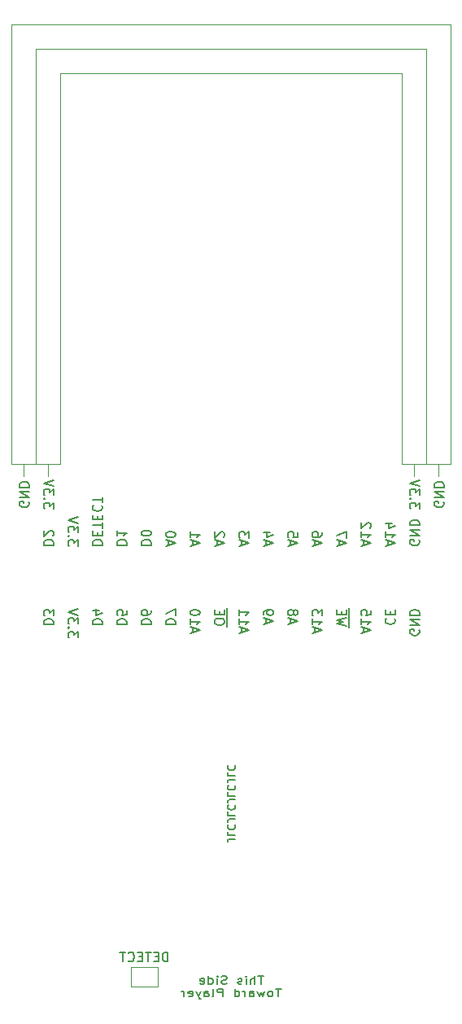
<source format=gbo>
%TF.GenerationSoftware,KiCad,Pcbnew,6.0.2+dfsg-1*%
%TF.CreationDate,2022-07-07T18:02:14-05:00*%
%TF.ProjectId,protopak64,70726f74-6f70-4616-9b36-342e6b696361,rev?*%
%TF.SameCoordinates,Original*%
%TF.FileFunction,Legend,Bot*%
%TF.FilePolarity,Positive*%
%FSLAX46Y46*%
G04 Gerber Fmt 4.6, Leading zero omitted, Abs format (unit mm)*
G04 Created by KiCad (PCBNEW 6.0.2+dfsg-1) date 2022-07-07 18:02:14*
%MOMM*%
%LPD*%
G01*
G04 APERTURE LIST*
G04 Aperture macros list*
%AMFreePoly0*
4,1,6,1.000000,0.000000,0.500000,-0.750000,-0.500000,-0.750000,-0.500000,0.750000,0.500000,0.750000,1.000000,0.000000,1.000000,0.000000,$1*%
%AMFreePoly1*
4,1,6,0.500000,-0.750000,-0.650000,-0.750000,-0.150000,0.000000,-0.650000,0.750000,0.500000,0.750000,0.500000,-0.750000,0.500000,-0.750000,$1*%
G04 Aperture macros list end*
%ADD10C,0.150000*%
%ADD11C,0.120000*%
%ADD12R,1.700000X1.700000*%
%ADD13O,1.700000X1.700000*%
%ADD14R,1.000000X5.400000*%
%ADD15R,2.000000X2.000000*%
%ADD16C,2.000000*%
%ADD17FreePoly0,0.000000*%
%ADD18FreePoly1,0.000000*%
G04 APERTURE END LIST*
D10*
X131881619Y-101645404D02*
X132881619Y-101645404D01*
X132881619Y-101407309D01*
X132834000Y-101264452D01*
X132738761Y-101169214D01*
X132643523Y-101121595D01*
X132453047Y-101073976D01*
X132310190Y-101073976D01*
X132119714Y-101121595D01*
X132024476Y-101169214D01*
X131929238Y-101264452D01*
X131881619Y-101407309D01*
X131881619Y-101645404D01*
X131881619Y-100121595D02*
X131881619Y-100693023D01*
X131881619Y-100407309D02*
X132881619Y-100407309D01*
X132738761Y-100502547D01*
X132643523Y-100597785D01*
X132595904Y-100693023D01*
X147121142Y-146491904D02*
X146549714Y-146491904D01*
X146835428Y-147291904D02*
X146835428Y-146491904D01*
X146216380Y-147291904D02*
X146216380Y-146491904D01*
X145787809Y-147291904D02*
X145787809Y-146872857D01*
X145835428Y-146796666D01*
X145930666Y-146758571D01*
X146073523Y-146758571D01*
X146168761Y-146796666D01*
X146216380Y-146834761D01*
X145311619Y-147291904D02*
X145311619Y-146758571D01*
X145311619Y-146491904D02*
X145359238Y-146530000D01*
X145311619Y-146568095D01*
X145264000Y-146530000D01*
X145311619Y-146491904D01*
X145311619Y-146568095D01*
X144883047Y-147253809D02*
X144787809Y-147291904D01*
X144597333Y-147291904D01*
X144502095Y-147253809D01*
X144454476Y-147177619D01*
X144454476Y-147139523D01*
X144502095Y-147063333D01*
X144597333Y-147025238D01*
X144740190Y-147025238D01*
X144835428Y-146987142D01*
X144883047Y-146910952D01*
X144883047Y-146872857D01*
X144835428Y-146796666D01*
X144740190Y-146758571D01*
X144597333Y-146758571D01*
X144502095Y-146796666D01*
X143311619Y-147253809D02*
X143168761Y-147291904D01*
X142930666Y-147291904D01*
X142835428Y-147253809D01*
X142787809Y-147215714D01*
X142740190Y-147139523D01*
X142740190Y-147063333D01*
X142787809Y-146987142D01*
X142835428Y-146949047D01*
X142930666Y-146910952D01*
X143121142Y-146872857D01*
X143216380Y-146834761D01*
X143264000Y-146796666D01*
X143311619Y-146720476D01*
X143311619Y-146644285D01*
X143264000Y-146568095D01*
X143216380Y-146530000D01*
X143121142Y-146491904D01*
X142883047Y-146491904D01*
X142740190Y-146530000D01*
X142311619Y-147291904D02*
X142311619Y-146758571D01*
X142311619Y-146491904D02*
X142359238Y-146530000D01*
X142311619Y-146568095D01*
X142264000Y-146530000D01*
X142311619Y-146491904D01*
X142311619Y-146568095D01*
X141406857Y-147291904D02*
X141406857Y-146491904D01*
X141406857Y-147253809D02*
X141502095Y-147291904D01*
X141692571Y-147291904D01*
X141787809Y-147253809D01*
X141835428Y-147215714D01*
X141883047Y-147139523D01*
X141883047Y-146910952D01*
X141835428Y-146834761D01*
X141787809Y-146796666D01*
X141692571Y-146758571D01*
X141502095Y-146758571D01*
X141406857Y-146796666D01*
X140549714Y-147253809D02*
X140644952Y-147291904D01*
X140835428Y-147291904D01*
X140930666Y-147253809D01*
X140978285Y-147177619D01*
X140978285Y-146872857D01*
X140930666Y-146796666D01*
X140835428Y-146758571D01*
X140644952Y-146758571D01*
X140549714Y-146796666D01*
X140502095Y-146872857D01*
X140502095Y-146949047D01*
X140978285Y-147025238D01*
X148954476Y-147779904D02*
X148383047Y-147779904D01*
X148668761Y-148579904D02*
X148668761Y-147779904D01*
X147906857Y-148579904D02*
X148002095Y-148541809D01*
X148049714Y-148503714D01*
X148097333Y-148427523D01*
X148097333Y-148198952D01*
X148049714Y-148122761D01*
X148002095Y-148084666D01*
X147906857Y-148046571D01*
X147764000Y-148046571D01*
X147668761Y-148084666D01*
X147621142Y-148122761D01*
X147573523Y-148198952D01*
X147573523Y-148427523D01*
X147621142Y-148503714D01*
X147668761Y-148541809D01*
X147764000Y-148579904D01*
X147906857Y-148579904D01*
X147240190Y-148046571D02*
X147049714Y-148579904D01*
X146859238Y-148198952D01*
X146668761Y-148579904D01*
X146478285Y-148046571D01*
X145668761Y-148579904D02*
X145668761Y-148160857D01*
X145716380Y-148084666D01*
X145811619Y-148046571D01*
X146002095Y-148046571D01*
X146097333Y-148084666D01*
X145668761Y-148541809D02*
X145764000Y-148579904D01*
X146002095Y-148579904D01*
X146097333Y-148541809D01*
X146144952Y-148465619D01*
X146144952Y-148389428D01*
X146097333Y-148313238D01*
X146002095Y-148275142D01*
X145764000Y-148275142D01*
X145668761Y-148237047D01*
X145192571Y-148579904D02*
X145192571Y-148046571D01*
X145192571Y-148198952D02*
X145144952Y-148122761D01*
X145097333Y-148084666D01*
X145002095Y-148046571D01*
X144906857Y-148046571D01*
X144144952Y-148579904D02*
X144144952Y-147779904D01*
X144144952Y-148541809D02*
X144240190Y-148579904D01*
X144430666Y-148579904D01*
X144525904Y-148541809D01*
X144573523Y-148503714D01*
X144621142Y-148427523D01*
X144621142Y-148198952D01*
X144573523Y-148122761D01*
X144525904Y-148084666D01*
X144430666Y-148046571D01*
X144240190Y-148046571D01*
X144144952Y-148084666D01*
X142906857Y-148579904D02*
X142906857Y-147779904D01*
X142525904Y-147779904D01*
X142430666Y-147818000D01*
X142383047Y-147856095D01*
X142335428Y-147932285D01*
X142335428Y-148046571D01*
X142383047Y-148122761D01*
X142430666Y-148160857D01*
X142525904Y-148198952D01*
X142906857Y-148198952D01*
X141764000Y-148579904D02*
X141859238Y-148541809D01*
X141906857Y-148465619D01*
X141906857Y-147779904D01*
X140954476Y-148579904D02*
X140954476Y-148160857D01*
X141002095Y-148084666D01*
X141097333Y-148046571D01*
X141287809Y-148046571D01*
X141383047Y-148084666D01*
X140954476Y-148541809D02*
X141049714Y-148579904D01*
X141287809Y-148579904D01*
X141383047Y-148541809D01*
X141430666Y-148465619D01*
X141430666Y-148389428D01*
X141383047Y-148313238D01*
X141287809Y-148275142D01*
X141049714Y-148275142D01*
X140954476Y-148237047D01*
X140573523Y-148046571D02*
X140335428Y-148579904D01*
X140097333Y-148046571D02*
X140335428Y-148579904D01*
X140430666Y-148770380D01*
X140478285Y-148808476D01*
X140573523Y-148846571D01*
X139335428Y-148541809D02*
X139430666Y-148579904D01*
X139621142Y-148579904D01*
X139716380Y-148541809D01*
X139764000Y-148465619D01*
X139764000Y-148160857D01*
X139716380Y-148084666D01*
X139621142Y-148046571D01*
X139430666Y-148046571D01*
X139335428Y-148084666D01*
X139287809Y-148160857D01*
X139287809Y-148237047D01*
X139764000Y-148313238D01*
X138859238Y-148579904D02*
X138859238Y-148046571D01*
X138859238Y-148198952D02*
X138811619Y-148122761D01*
X138764000Y-148084666D01*
X138668761Y-148046571D01*
X138573523Y-148046571D01*
X129341619Y-101645404D02*
X130341619Y-101645404D01*
X130341619Y-101407309D01*
X130294000Y-101264452D01*
X130198761Y-101169214D01*
X130103523Y-101121595D01*
X129913047Y-101073976D01*
X129770190Y-101073976D01*
X129579714Y-101121595D01*
X129484476Y-101169214D01*
X129389238Y-101264452D01*
X129341619Y-101407309D01*
X129341619Y-101645404D01*
X129865428Y-100645404D02*
X129865428Y-100312071D01*
X129341619Y-100169214D02*
X129341619Y-100645404D01*
X130341619Y-100645404D01*
X130341619Y-100169214D01*
X130341619Y-99883500D02*
X130341619Y-99312071D01*
X129341619Y-99597785D02*
X130341619Y-99597785D01*
X129865428Y-98978738D02*
X129865428Y-98645404D01*
X129341619Y-98502547D02*
X129341619Y-98978738D01*
X130341619Y-98978738D01*
X130341619Y-98502547D01*
X129436857Y-97502547D02*
X129389238Y-97550166D01*
X129341619Y-97693023D01*
X129341619Y-97788261D01*
X129389238Y-97931119D01*
X129484476Y-98026357D01*
X129579714Y-98073976D01*
X129770190Y-98121595D01*
X129913047Y-98121595D01*
X130103523Y-98073976D01*
X130198761Y-98026357D01*
X130294000Y-97931119D01*
X130341619Y-97788261D01*
X130341619Y-97693023D01*
X130294000Y-97550166D01*
X130246380Y-97502547D01*
X130341619Y-97216833D02*
X130341619Y-96645404D01*
X129341619Y-96931119D02*
X130341619Y-96931119D01*
X163314000Y-101121595D02*
X163361619Y-101216833D01*
X163361619Y-101359690D01*
X163314000Y-101502547D01*
X163218761Y-101597785D01*
X163123523Y-101645404D01*
X162933047Y-101693023D01*
X162790190Y-101693023D01*
X162599714Y-101645404D01*
X162504476Y-101597785D01*
X162409238Y-101502547D01*
X162361619Y-101359690D01*
X162361619Y-101264452D01*
X162409238Y-101121595D01*
X162456857Y-101073976D01*
X162790190Y-101073976D01*
X162790190Y-101264452D01*
X162361619Y-100645404D02*
X163361619Y-100645404D01*
X162361619Y-100073976D01*
X163361619Y-100073976D01*
X162361619Y-99597785D02*
X163361619Y-99597785D01*
X163361619Y-99359690D01*
X163314000Y-99216833D01*
X163218761Y-99121595D01*
X163123523Y-99073976D01*
X162933047Y-99026357D01*
X162790190Y-99026357D01*
X162599714Y-99073976D01*
X162504476Y-99121595D01*
X162409238Y-99216833D01*
X162361619Y-99359690D01*
X162361619Y-99597785D01*
X144202095Y-132219238D02*
X143630666Y-132219238D01*
X143516380Y-132257333D01*
X143440190Y-132333523D01*
X143402095Y-132447809D01*
X143402095Y-132524000D01*
X143402095Y-131457333D02*
X143402095Y-131838285D01*
X144202095Y-131838285D01*
X143478285Y-130733523D02*
X143440190Y-130771619D01*
X143402095Y-130885904D01*
X143402095Y-130962095D01*
X143440190Y-131076380D01*
X143516380Y-131152571D01*
X143592571Y-131190666D01*
X143744952Y-131228761D01*
X143859238Y-131228761D01*
X144011619Y-131190666D01*
X144087809Y-131152571D01*
X144164000Y-131076380D01*
X144202095Y-130962095D01*
X144202095Y-130885904D01*
X144164000Y-130771619D01*
X144125904Y-130733523D01*
X144202095Y-130162095D02*
X143630666Y-130162095D01*
X143516380Y-130200190D01*
X143440190Y-130276380D01*
X143402095Y-130390666D01*
X143402095Y-130466857D01*
X143402095Y-129400190D02*
X143402095Y-129781142D01*
X144202095Y-129781142D01*
X143478285Y-128676380D02*
X143440190Y-128714476D01*
X143402095Y-128828761D01*
X143402095Y-128904952D01*
X143440190Y-129019238D01*
X143516380Y-129095428D01*
X143592571Y-129133523D01*
X143744952Y-129171619D01*
X143859238Y-129171619D01*
X144011619Y-129133523D01*
X144087809Y-129095428D01*
X144164000Y-129019238D01*
X144202095Y-128904952D01*
X144202095Y-128828761D01*
X144164000Y-128714476D01*
X144125904Y-128676380D01*
X144202095Y-128104952D02*
X143630666Y-128104952D01*
X143516380Y-128143047D01*
X143440190Y-128219238D01*
X143402095Y-128333523D01*
X143402095Y-128409714D01*
X143402095Y-127343047D02*
X143402095Y-127724000D01*
X144202095Y-127724000D01*
X143478285Y-126619238D02*
X143440190Y-126657333D01*
X143402095Y-126771619D01*
X143402095Y-126847809D01*
X143440190Y-126962095D01*
X143516380Y-127038285D01*
X143592571Y-127076380D01*
X143744952Y-127114476D01*
X143859238Y-127114476D01*
X144011619Y-127076380D01*
X144087809Y-127038285D01*
X144164000Y-126962095D01*
X144202095Y-126847809D01*
X144202095Y-126771619D01*
X144164000Y-126657333D01*
X144125904Y-126619238D01*
X144202095Y-126047809D02*
X143630666Y-126047809D01*
X143516380Y-126085904D01*
X143440190Y-126162095D01*
X143402095Y-126276380D01*
X143402095Y-126352571D01*
X143402095Y-125285904D02*
X143402095Y-125666857D01*
X144202095Y-125666857D01*
X143478285Y-124562095D02*
X143440190Y-124600190D01*
X143402095Y-124714476D01*
X143402095Y-124790666D01*
X143440190Y-124904952D01*
X143516380Y-124981142D01*
X143592571Y-125019238D01*
X143744952Y-125057333D01*
X143859238Y-125057333D01*
X144011619Y-125019238D01*
X144087809Y-124981142D01*
X144164000Y-124904952D01*
X144202095Y-124790666D01*
X144202095Y-124714476D01*
X144164000Y-124600190D01*
X144125904Y-124562095D01*
X149947333Y-101693023D02*
X149947333Y-101216833D01*
X149661619Y-101788261D02*
X150661619Y-101454928D01*
X149661619Y-101121595D01*
X150661619Y-100312071D02*
X150661619Y-100788261D01*
X150185428Y-100835880D01*
X150233047Y-100788261D01*
X150280666Y-100693023D01*
X150280666Y-100454928D01*
X150233047Y-100359690D01*
X150185428Y-100312071D01*
X150090190Y-100264452D01*
X149852095Y-100264452D01*
X149756857Y-100312071D01*
X149709238Y-100359690D01*
X149661619Y-100454928D01*
X149661619Y-100693023D01*
X149709238Y-100788261D01*
X149756857Y-100835880D01*
X159916857Y-109269738D02*
X159869238Y-109317357D01*
X159821619Y-109460214D01*
X159821619Y-109555452D01*
X159869238Y-109698309D01*
X159964476Y-109793547D01*
X160059714Y-109841166D01*
X160250190Y-109888785D01*
X160393047Y-109888785D01*
X160583523Y-109841166D01*
X160678761Y-109793547D01*
X160774000Y-109698309D01*
X160821619Y-109555452D01*
X160821619Y-109460214D01*
X160774000Y-109317357D01*
X160726380Y-109269738D01*
X160345428Y-108841166D02*
X160345428Y-108507833D01*
X159821619Y-108364976D02*
X159821619Y-108841166D01*
X160821619Y-108841166D01*
X160821619Y-108364976D01*
X134421619Y-101645404D02*
X135421619Y-101645404D01*
X135421619Y-101407309D01*
X135374000Y-101264452D01*
X135278761Y-101169214D01*
X135183523Y-101121595D01*
X134993047Y-101073976D01*
X134850190Y-101073976D01*
X134659714Y-101121595D01*
X134564476Y-101169214D01*
X134469238Y-101264452D01*
X134421619Y-101407309D01*
X134421619Y-101645404D01*
X135421619Y-100454928D02*
X135421619Y-100359690D01*
X135374000Y-100264452D01*
X135326380Y-100216833D01*
X135231142Y-100169214D01*
X135040666Y-100121595D01*
X134802571Y-100121595D01*
X134612095Y-100169214D01*
X134516857Y-100216833D01*
X134469238Y-100264452D01*
X134421619Y-100359690D01*
X134421619Y-100454928D01*
X134469238Y-100550166D01*
X134516857Y-100597785D01*
X134612095Y-100645404D01*
X134802571Y-100693023D01*
X135040666Y-100693023D01*
X135231142Y-100645404D01*
X135326380Y-100597785D01*
X135374000Y-100550166D01*
X135421619Y-100454928D01*
X147407333Y-101693023D02*
X147407333Y-101216833D01*
X147121619Y-101788261D02*
X148121619Y-101454928D01*
X147121619Y-101121595D01*
X147788285Y-100359690D02*
X147121619Y-100359690D01*
X148169238Y-100597785D02*
X147454952Y-100835880D01*
X147454952Y-100216833D01*
X157567333Y-110745928D02*
X157567333Y-110269738D01*
X157281619Y-110841166D02*
X158281619Y-110507833D01*
X157281619Y-110174500D01*
X157281619Y-109317357D02*
X157281619Y-109888785D01*
X157281619Y-109603071D02*
X158281619Y-109603071D01*
X158138761Y-109698309D01*
X158043523Y-109793547D01*
X157995904Y-109888785D01*
X158281619Y-108412595D02*
X158281619Y-108888785D01*
X157805428Y-108936404D01*
X157853047Y-108888785D01*
X157900666Y-108793547D01*
X157900666Y-108555452D01*
X157853047Y-108460214D01*
X157805428Y-108412595D01*
X157710190Y-108364976D01*
X157472095Y-108364976D01*
X157376857Y-108412595D01*
X157329238Y-108460214D01*
X157281619Y-108555452D01*
X157281619Y-108793547D01*
X157329238Y-108888785D01*
X157376857Y-108936404D01*
X134421619Y-109888785D02*
X135421619Y-109888785D01*
X135421619Y-109650690D01*
X135374000Y-109507833D01*
X135278761Y-109412595D01*
X135183523Y-109364976D01*
X134993047Y-109317357D01*
X134850190Y-109317357D01*
X134659714Y-109364976D01*
X134564476Y-109412595D01*
X134469238Y-109507833D01*
X134421619Y-109650690D01*
X134421619Y-109888785D01*
X135421619Y-108460214D02*
X135421619Y-108650690D01*
X135374000Y-108745928D01*
X135326380Y-108793547D01*
X135183523Y-108888785D01*
X134993047Y-108936404D01*
X134612095Y-108936404D01*
X134516857Y-108888785D01*
X134469238Y-108841166D01*
X134421619Y-108745928D01*
X134421619Y-108555452D01*
X134469238Y-108460214D01*
X134516857Y-108412595D01*
X134612095Y-108364976D01*
X134850190Y-108364976D01*
X134945428Y-108412595D01*
X134993047Y-108460214D01*
X135040666Y-108555452D01*
X135040666Y-108745928D01*
X134993047Y-108841166D01*
X134945428Y-108888785D01*
X134850190Y-108936404D01*
X143324000Y-110126880D02*
X143324000Y-109079261D01*
X143041619Y-109698309D02*
X143041619Y-109507833D01*
X142994000Y-109412595D01*
X142898761Y-109317357D01*
X142708285Y-109269738D01*
X142374952Y-109269738D01*
X142184476Y-109317357D01*
X142089238Y-109412595D01*
X142041619Y-109507833D01*
X142041619Y-109698309D01*
X142089238Y-109793547D01*
X142184476Y-109888785D01*
X142374952Y-109936404D01*
X142708285Y-109936404D01*
X142898761Y-109888785D01*
X142994000Y-109793547D01*
X143041619Y-109698309D01*
X143324000Y-109079261D02*
X143324000Y-108174500D01*
X142565428Y-108841166D02*
X142565428Y-108507833D01*
X142041619Y-108364976D02*
X142041619Y-108841166D01*
X143041619Y-108841166D01*
X143041619Y-108364976D01*
X149947333Y-109793547D02*
X149947333Y-109317357D01*
X149661619Y-109888785D02*
X150661619Y-109555452D01*
X149661619Y-109222119D01*
X150233047Y-108745928D02*
X150280666Y-108841166D01*
X150328285Y-108888785D01*
X150423523Y-108936404D01*
X150471142Y-108936404D01*
X150566380Y-108888785D01*
X150614000Y-108841166D01*
X150661619Y-108745928D01*
X150661619Y-108555452D01*
X150614000Y-108460214D01*
X150566380Y-108412595D01*
X150471142Y-108364976D01*
X150423523Y-108364976D01*
X150328285Y-108412595D01*
X150280666Y-108460214D01*
X150233047Y-108555452D01*
X150233047Y-108745928D01*
X150185428Y-108841166D01*
X150137809Y-108888785D01*
X150042571Y-108936404D01*
X149852095Y-108936404D01*
X149756857Y-108888785D01*
X149709238Y-108841166D01*
X149661619Y-108745928D01*
X149661619Y-108555452D01*
X149709238Y-108460214D01*
X149756857Y-108412595D01*
X149852095Y-108364976D01*
X150042571Y-108364976D01*
X150137809Y-108412595D01*
X150185428Y-108460214D01*
X150233047Y-108555452D01*
X152487333Y-110745928D02*
X152487333Y-110269738D01*
X152201619Y-110841166D02*
X153201619Y-110507833D01*
X152201619Y-110174500D01*
X152201619Y-109317357D02*
X152201619Y-109888785D01*
X152201619Y-109603071D02*
X153201619Y-109603071D01*
X153058761Y-109698309D01*
X152963523Y-109793547D01*
X152915904Y-109888785D01*
X153201619Y-108984023D02*
X153201619Y-108364976D01*
X152820666Y-108698309D01*
X152820666Y-108555452D01*
X152773047Y-108460214D01*
X152725428Y-108412595D01*
X152630190Y-108364976D01*
X152392095Y-108364976D01*
X152296857Y-108412595D01*
X152249238Y-108460214D01*
X152201619Y-108555452D01*
X152201619Y-108841166D01*
X152249238Y-108936404D01*
X152296857Y-108984023D01*
X160107333Y-101693023D02*
X160107333Y-101216833D01*
X159821619Y-101788261D02*
X160821619Y-101454928D01*
X159821619Y-101121595D01*
X159821619Y-100264452D02*
X159821619Y-100835880D01*
X159821619Y-100550166D02*
X160821619Y-100550166D01*
X160678761Y-100645404D01*
X160583523Y-100740642D01*
X160535904Y-100835880D01*
X160488285Y-99407309D02*
X159821619Y-99407309D01*
X160869238Y-99645404D02*
X160154952Y-99883500D01*
X160154952Y-99264452D01*
X157567333Y-101693023D02*
X157567333Y-101216833D01*
X157281619Y-101788261D02*
X158281619Y-101454928D01*
X157281619Y-101121595D01*
X157281619Y-100264452D02*
X157281619Y-100835880D01*
X157281619Y-100550166D02*
X158281619Y-100550166D01*
X158138761Y-100645404D01*
X158043523Y-100740642D01*
X157995904Y-100835880D01*
X158186380Y-99883500D02*
X158234000Y-99835880D01*
X158281619Y-99740642D01*
X158281619Y-99502547D01*
X158234000Y-99407309D01*
X158186380Y-99359690D01*
X158091142Y-99312071D01*
X157995904Y-99312071D01*
X157853047Y-99359690D01*
X157281619Y-99931119D01*
X157281619Y-99312071D01*
X124261619Y-109888785D02*
X125261619Y-109888785D01*
X125261619Y-109650690D01*
X125214000Y-109507833D01*
X125118761Y-109412595D01*
X125023523Y-109364976D01*
X124833047Y-109317357D01*
X124690190Y-109317357D01*
X124499714Y-109364976D01*
X124404476Y-109412595D01*
X124309238Y-109507833D01*
X124261619Y-109650690D01*
X124261619Y-109888785D01*
X125261619Y-108984023D02*
X125261619Y-108364976D01*
X124880666Y-108698309D01*
X124880666Y-108555452D01*
X124833047Y-108460214D01*
X124785428Y-108412595D01*
X124690190Y-108364976D01*
X124452095Y-108364976D01*
X124356857Y-108412595D01*
X124309238Y-108460214D01*
X124261619Y-108555452D01*
X124261619Y-108841166D01*
X124309238Y-108936404D01*
X124356857Y-108984023D01*
X147407333Y-109793547D02*
X147407333Y-109317357D01*
X147121619Y-109888785D02*
X148121619Y-109555452D01*
X147121619Y-109222119D01*
X147121619Y-108841166D02*
X147121619Y-108650690D01*
X147169238Y-108555452D01*
X147216857Y-108507833D01*
X147359714Y-108412595D01*
X147550190Y-108364976D01*
X147931142Y-108364976D01*
X148026380Y-108412595D01*
X148074000Y-108460214D01*
X148121619Y-108555452D01*
X148121619Y-108745928D01*
X148074000Y-108841166D01*
X148026380Y-108888785D01*
X147931142Y-108936404D01*
X147693047Y-108936404D01*
X147597809Y-108888785D01*
X147550190Y-108841166D01*
X147502571Y-108745928D01*
X147502571Y-108555452D01*
X147550190Y-108460214D01*
X147597809Y-108412595D01*
X147693047Y-108364976D01*
X136961619Y-109888785D02*
X137961619Y-109888785D01*
X137961619Y-109650690D01*
X137914000Y-109507833D01*
X137818761Y-109412595D01*
X137723523Y-109364976D01*
X137533047Y-109317357D01*
X137390190Y-109317357D01*
X137199714Y-109364976D01*
X137104476Y-109412595D01*
X137009238Y-109507833D01*
X136961619Y-109650690D01*
X136961619Y-109888785D01*
X137961619Y-108984023D02*
X137961619Y-108317357D01*
X136961619Y-108745928D01*
X152487333Y-101693023D02*
X152487333Y-101216833D01*
X152201619Y-101788261D02*
X153201619Y-101454928D01*
X152201619Y-101121595D01*
X153201619Y-100359690D02*
X153201619Y-100550166D01*
X153154000Y-100645404D01*
X153106380Y-100693023D01*
X152963523Y-100788261D01*
X152773047Y-100835880D01*
X152392095Y-100835880D01*
X152296857Y-100788261D01*
X152249238Y-100740642D01*
X152201619Y-100645404D01*
X152201619Y-100454928D01*
X152249238Y-100359690D01*
X152296857Y-100312071D01*
X152392095Y-100264452D01*
X152630190Y-100264452D01*
X152725428Y-100312071D01*
X152773047Y-100359690D01*
X152820666Y-100454928D01*
X152820666Y-100645404D01*
X152773047Y-100740642D01*
X152725428Y-100788261D01*
X152630190Y-100835880D01*
X139787333Y-110745928D02*
X139787333Y-110269738D01*
X139501619Y-110841166D02*
X140501619Y-110507833D01*
X139501619Y-110174500D01*
X139501619Y-109317357D02*
X139501619Y-109888785D01*
X139501619Y-109603071D02*
X140501619Y-109603071D01*
X140358761Y-109698309D01*
X140263523Y-109793547D01*
X140215904Y-109888785D01*
X140501619Y-108698309D02*
X140501619Y-108603071D01*
X140454000Y-108507833D01*
X140406380Y-108460214D01*
X140311142Y-108412595D01*
X140120666Y-108364976D01*
X139882571Y-108364976D01*
X139692095Y-108412595D01*
X139596857Y-108460214D01*
X139549238Y-108507833D01*
X139501619Y-108603071D01*
X139501619Y-108698309D01*
X139549238Y-108793547D01*
X139596857Y-108841166D01*
X139692095Y-108888785D01*
X139882571Y-108936404D01*
X140120666Y-108936404D01*
X140311142Y-108888785D01*
X140406380Y-108841166D01*
X140454000Y-108793547D01*
X140501619Y-108698309D01*
X129341619Y-109888785D02*
X130341619Y-109888785D01*
X130341619Y-109650690D01*
X130294000Y-109507833D01*
X130198761Y-109412595D01*
X130103523Y-109364976D01*
X129913047Y-109317357D01*
X129770190Y-109317357D01*
X129579714Y-109364976D01*
X129484476Y-109412595D01*
X129389238Y-109507833D01*
X129341619Y-109650690D01*
X129341619Y-109888785D01*
X130008285Y-108460214D02*
X129341619Y-108460214D01*
X130389238Y-108698309D02*
X129674952Y-108936404D01*
X129674952Y-108317357D01*
X127801619Y-111269738D02*
X127801619Y-110650690D01*
X127420666Y-110984023D01*
X127420666Y-110841166D01*
X127373047Y-110745928D01*
X127325428Y-110698309D01*
X127230190Y-110650690D01*
X126992095Y-110650690D01*
X126896857Y-110698309D01*
X126849238Y-110745928D01*
X126801619Y-110841166D01*
X126801619Y-111126880D01*
X126849238Y-111222119D01*
X126896857Y-111269738D01*
X126896857Y-110222119D02*
X126849238Y-110174500D01*
X126801619Y-110222119D01*
X126849238Y-110269738D01*
X126896857Y-110222119D01*
X126801619Y-110222119D01*
X127801619Y-109841166D02*
X127801619Y-109222119D01*
X127420666Y-109555452D01*
X127420666Y-109412595D01*
X127373047Y-109317357D01*
X127325428Y-109269738D01*
X127230190Y-109222119D01*
X126992095Y-109222119D01*
X126896857Y-109269738D01*
X126849238Y-109317357D01*
X126801619Y-109412595D01*
X126801619Y-109698309D01*
X126849238Y-109793547D01*
X126896857Y-109841166D01*
X127801619Y-108936404D02*
X126801619Y-108603071D01*
X127801619Y-108269738D01*
X139787333Y-101693023D02*
X139787333Y-101216833D01*
X139501619Y-101788261D02*
X140501619Y-101454928D01*
X139501619Y-101121595D01*
X139501619Y-100264452D02*
X139501619Y-100835880D01*
X139501619Y-100550166D02*
X140501619Y-100550166D01*
X140358761Y-100645404D01*
X140263523Y-100740642D01*
X140215904Y-100835880D01*
X131881619Y-109888785D02*
X132881619Y-109888785D01*
X132881619Y-109650690D01*
X132834000Y-109507833D01*
X132738761Y-109412595D01*
X132643523Y-109364976D01*
X132453047Y-109317357D01*
X132310190Y-109317357D01*
X132119714Y-109364976D01*
X132024476Y-109412595D01*
X131929238Y-109507833D01*
X131881619Y-109650690D01*
X131881619Y-109888785D01*
X132881619Y-108412595D02*
X132881619Y-108888785D01*
X132405428Y-108936404D01*
X132453047Y-108888785D01*
X132500666Y-108793547D01*
X132500666Y-108555452D01*
X132453047Y-108460214D01*
X132405428Y-108412595D01*
X132310190Y-108364976D01*
X132072095Y-108364976D01*
X131976857Y-108412595D01*
X131929238Y-108460214D01*
X131881619Y-108555452D01*
X131881619Y-108793547D01*
X131929238Y-108888785D01*
X131976857Y-108936404D01*
X144867333Y-101693023D02*
X144867333Y-101216833D01*
X144581619Y-101788261D02*
X145581619Y-101454928D01*
X144581619Y-101121595D01*
X145581619Y-100883500D02*
X145581619Y-100264452D01*
X145200666Y-100597785D01*
X145200666Y-100454928D01*
X145153047Y-100359690D01*
X145105428Y-100312071D01*
X145010190Y-100264452D01*
X144772095Y-100264452D01*
X144676857Y-100312071D01*
X144629238Y-100359690D01*
X144581619Y-100454928D01*
X144581619Y-100740642D01*
X144629238Y-100835880D01*
X144676857Y-100883500D01*
X163314000Y-110460214D02*
X163361619Y-110555452D01*
X163361619Y-110698309D01*
X163314000Y-110841166D01*
X163218761Y-110936404D01*
X163123523Y-110984023D01*
X162933047Y-111031642D01*
X162790190Y-111031642D01*
X162599714Y-110984023D01*
X162504476Y-110936404D01*
X162409238Y-110841166D01*
X162361619Y-110698309D01*
X162361619Y-110603071D01*
X162409238Y-110460214D01*
X162456857Y-110412595D01*
X162790190Y-110412595D01*
X162790190Y-110603071D01*
X162361619Y-109984023D02*
X163361619Y-109984023D01*
X162361619Y-109412595D01*
X163361619Y-109412595D01*
X162361619Y-108936404D02*
X163361619Y-108936404D01*
X163361619Y-108698309D01*
X163314000Y-108555452D01*
X163218761Y-108460214D01*
X163123523Y-108412595D01*
X162933047Y-108364976D01*
X162790190Y-108364976D01*
X162599714Y-108412595D01*
X162504476Y-108460214D01*
X162409238Y-108555452D01*
X162361619Y-108698309D01*
X162361619Y-108936404D01*
X124261619Y-101645404D02*
X125261619Y-101645404D01*
X125261619Y-101407309D01*
X125214000Y-101264452D01*
X125118761Y-101169214D01*
X125023523Y-101121595D01*
X124833047Y-101073976D01*
X124690190Y-101073976D01*
X124499714Y-101121595D01*
X124404476Y-101169214D01*
X124309238Y-101264452D01*
X124261619Y-101407309D01*
X124261619Y-101645404D01*
X125166380Y-100693023D02*
X125214000Y-100645404D01*
X125261619Y-100550166D01*
X125261619Y-100312071D01*
X125214000Y-100216833D01*
X125166380Y-100169214D01*
X125071142Y-100121595D01*
X124975904Y-100121595D01*
X124833047Y-100169214D01*
X124261619Y-100740642D01*
X124261619Y-100121595D01*
X156024000Y-110222119D02*
X156024000Y-109079261D01*
X155741619Y-110079261D02*
X154741619Y-109841166D01*
X155455904Y-109650690D01*
X154741619Y-109460214D01*
X155741619Y-109222119D01*
X156024000Y-109079261D02*
X156024000Y-108174500D01*
X155265428Y-108841166D02*
X155265428Y-108507833D01*
X154741619Y-108364976D02*
X154741619Y-108841166D01*
X155741619Y-108841166D01*
X155741619Y-108364976D01*
X155027333Y-101693023D02*
X155027333Y-101216833D01*
X154741619Y-101788261D02*
X155741619Y-101454928D01*
X154741619Y-101121595D01*
X155741619Y-100883500D02*
X155741619Y-100216833D01*
X154741619Y-100645404D01*
X137247333Y-101693023D02*
X137247333Y-101216833D01*
X136961619Y-101788261D02*
X137961619Y-101454928D01*
X136961619Y-101121595D01*
X137961619Y-100597785D02*
X137961619Y-100502547D01*
X137914000Y-100407309D01*
X137866380Y-100359690D01*
X137771142Y-100312071D01*
X137580666Y-100264452D01*
X137342571Y-100264452D01*
X137152095Y-100312071D01*
X137056857Y-100359690D01*
X137009238Y-100407309D01*
X136961619Y-100502547D01*
X136961619Y-100597785D01*
X137009238Y-100693023D01*
X137056857Y-100740642D01*
X137152095Y-100788261D01*
X137342571Y-100835880D01*
X137580666Y-100835880D01*
X137771142Y-100788261D01*
X137866380Y-100740642D01*
X137914000Y-100693023D01*
X137961619Y-100597785D01*
X142327333Y-101693023D02*
X142327333Y-101216833D01*
X142041619Y-101788261D02*
X143041619Y-101454928D01*
X142041619Y-101121595D01*
X142946380Y-100835880D02*
X142994000Y-100788261D01*
X143041619Y-100693023D01*
X143041619Y-100454928D01*
X142994000Y-100359690D01*
X142946380Y-100312071D01*
X142851142Y-100264452D01*
X142755904Y-100264452D01*
X142613047Y-100312071D01*
X142041619Y-100883500D01*
X142041619Y-100264452D01*
X127801619Y-101740642D02*
X127801619Y-101121595D01*
X127420666Y-101454928D01*
X127420666Y-101312071D01*
X127373047Y-101216833D01*
X127325428Y-101169214D01*
X127230190Y-101121595D01*
X126992095Y-101121595D01*
X126896857Y-101169214D01*
X126849238Y-101216833D01*
X126801619Y-101312071D01*
X126801619Y-101597785D01*
X126849238Y-101693023D01*
X126896857Y-101740642D01*
X126896857Y-100693023D02*
X126849238Y-100645404D01*
X126801619Y-100693023D01*
X126849238Y-100740642D01*
X126896857Y-100693023D01*
X126801619Y-100693023D01*
X127801619Y-100312071D02*
X127801619Y-99693023D01*
X127420666Y-100026357D01*
X127420666Y-99883500D01*
X127373047Y-99788261D01*
X127325428Y-99740642D01*
X127230190Y-99693023D01*
X126992095Y-99693023D01*
X126896857Y-99740642D01*
X126849238Y-99788261D01*
X126801619Y-99883500D01*
X126801619Y-100169214D01*
X126849238Y-100264452D01*
X126896857Y-100312071D01*
X127801619Y-99407309D02*
X126801619Y-99073976D01*
X127801619Y-98740642D01*
X144867333Y-110745928D02*
X144867333Y-110269738D01*
X144581619Y-110841166D02*
X145581619Y-110507833D01*
X144581619Y-110174500D01*
X144581619Y-109317357D02*
X144581619Y-109888785D01*
X144581619Y-109603071D02*
X145581619Y-109603071D01*
X145438761Y-109698309D01*
X145343523Y-109793547D01*
X145295904Y-109888785D01*
X144581619Y-108364976D02*
X144581619Y-108936404D01*
X144581619Y-108650690D02*
X145581619Y-108650690D01*
X145438761Y-108745928D01*
X145343523Y-108841166D01*
X145295904Y-108936404D01*
%TO.C,REF\u002A\u002A*%
X122674000Y-97154904D02*
X122721619Y-97250142D01*
X122721619Y-97393000D01*
X122674000Y-97535857D01*
X122578761Y-97631095D01*
X122483523Y-97678714D01*
X122293047Y-97726333D01*
X122150190Y-97726333D01*
X121959714Y-97678714D01*
X121864476Y-97631095D01*
X121769238Y-97535857D01*
X121721619Y-97393000D01*
X121721619Y-97297761D01*
X121769238Y-97154904D01*
X121816857Y-97107285D01*
X122150190Y-97107285D01*
X122150190Y-97297761D01*
X121721619Y-96678714D02*
X122721619Y-96678714D01*
X121721619Y-96107285D01*
X122721619Y-96107285D01*
X121721619Y-95631095D02*
X122721619Y-95631095D01*
X122721619Y-95393000D01*
X122674000Y-95250142D01*
X122578761Y-95154904D01*
X122483523Y-95107285D01*
X122293047Y-95059666D01*
X122150190Y-95059666D01*
X121959714Y-95107285D01*
X121864476Y-95154904D01*
X121769238Y-95250142D01*
X121721619Y-95393000D01*
X121721619Y-95631095D01*
X163361619Y-97869190D02*
X163361619Y-97250142D01*
X162980666Y-97583476D01*
X162980666Y-97440619D01*
X162933047Y-97345380D01*
X162885428Y-97297761D01*
X162790190Y-97250142D01*
X162552095Y-97250142D01*
X162456857Y-97297761D01*
X162409238Y-97345380D01*
X162361619Y-97440619D01*
X162361619Y-97726333D01*
X162409238Y-97821571D01*
X162456857Y-97869190D01*
X162456857Y-96821571D02*
X162409238Y-96773952D01*
X162361619Y-96821571D01*
X162409238Y-96869190D01*
X162456857Y-96821571D01*
X162361619Y-96821571D01*
X163361619Y-96440619D02*
X163361619Y-95821571D01*
X162980666Y-96154904D01*
X162980666Y-96012047D01*
X162933047Y-95916809D01*
X162885428Y-95869190D01*
X162790190Y-95821571D01*
X162552095Y-95821571D01*
X162456857Y-95869190D01*
X162409238Y-95916809D01*
X162361619Y-96012047D01*
X162361619Y-96297761D01*
X162409238Y-96393000D01*
X162456857Y-96440619D01*
X163361619Y-95535857D02*
X162361619Y-95202523D01*
X163361619Y-94869190D01*
X125261619Y-97869190D02*
X125261619Y-97250142D01*
X124880666Y-97583476D01*
X124880666Y-97440619D01*
X124833047Y-97345380D01*
X124785428Y-97297761D01*
X124690190Y-97250142D01*
X124452095Y-97250142D01*
X124356857Y-97297761D01*
X124309238Y-97345380D01*
X124261619Y-97440619D01*
X124261619Y-97726333D01*
X124309238Y-97821571D01*
X124356857Y-97869190D01*
X124356857Y-96821571D02*
X124309238Y-96773952D01*
X124261619Y-96821571D01*
X124309238Y-96869190D01*
X124356857Y-96821571D01*
X124261619Y-96821571D01*
X125261619Y-96440619D02*
X125261619Y-95821571D01*
X124880666Y-96154904D01*
X124880666Y-96012047D01*
X124833047Y-95916809D01*
X124785428Y-95869190D01*
X124690190Y-95821571D01*
X124452095Y-95821571D01*
X124356857Y-95869190D01*
X124309238Y-95916809D01*
X124261619Y-96012047D01*
X124261619Y-96297761D01*
X124309238Y-96393000D01*
X124356857Y-96440619D01*
X125261619Y-95535857D02*
X124261619Y-95202523D01*
X125261619Y-94869190D01*
X165854000Y-97154904D02*
X165901619Y-97250142D01*
X165901619Y-97393000D01*
X165854000Y-97535857D01*
X165758761Y-97631095D01*
X165663523Y-97678714D01*
X165473047Y-97726333D01*
X165330190Y-97726333D01*
X165139714Y-97678714D01*
X165044476Y-97631095D01*
X164949238Y-97535857D01*
X164901619Y-97393000D01*
X164901619Y-97297761D01*
X164949238Y-97154904D01*
X164996857Y-97107285D01*
X165330190Y-97107285D01*
X165330190Y-97297761D01*
X164901619Y-96678714D02*
X165901619Y-96678714D01*
X164901619Y-96107285D01*
X165901619Y-96107285D01*
X164901619Y-95631095D02*
X165901619Y-95631095D01*
X165901619Y-95393000D01*
X165854000Y-95250142D01*
X165758761Y-95154904D01*
X165663523Y-95107285D01*
X165473047Y-95059666D01*
X165330190Y-95059666D01*
X165139714Y-95107285D01*
X165044476Y-95154904D01*
X164949238Y-95250142D01*
X164901619Y-95393000D01*
X164901619Y-95631095D01*
%TO.C,JP1*%
X137175571Y-144978380D02*
X137175571Y-143978380D01*
X136937476Y-143978380D01*
X136794619Y-144026000D01*
X136699380Y-144121238D01*
X136651761Y-144216476D01*
X136604142Y-144406952D01*
X136604142Y-144549809D01*
X136651761Y-144740285D01*
X136699380Y-144835523D01*
X136794619Y-144930761D01*
X136937476Y-144978380D01*
X137175571Y-144978380D01*
X136175571Y-144454571D02*
X135842238Y-144454571D01*
X135699380Y-144978380D02*
X136175571Y-144978380D01*
X136175571Y-143978380D01*
X135699380Y-143978380D01*
X135413666Y-143978380D02*
X134842238Y-143978380D01*
X135127952Y-144978380D02*
X135127952Y-143978380D01*
X134508904Y-144454571D02*
X134175571Y-144454571D01*
X134032714Y-144978380D02*
X134508904Y-144978380D01*
X134508904Y-143978380D01*
X134032714Y-143978380D01*
X133032714Y-144883142D02*
X133080333Y-144930761D01*
X133223190Y-144978380D01*
X133318428Y-144978380D01*
X133461285Y-144930761D01*
X133556523Y-144835523D01*
X133604142Y-144740285D01*
X133651761Y-144549809D01*
X133651761Y-144406952D01*
X133604142Y-144216476D01*
X133556523Y-144121238D01*
X133461285Y-144026000D01*
X133318428Y-143978380D01*
X133223190Y-143978380D01*
X133080333Y-144026000D01*
X133032714Y-144073619D01*
X132747000Y-143978380D02*
X132175571Y-143978380D01*
X132461285Y-144978380D02*
X132461285Y-143978380D01*
D11*
%TO.C,REF\u002A\u002A*%
X166624000Y-93218000D02*
X166624000Y-47498000D01*
X162814000Y-93218000D02*
X162814000Y-94488000D01*
X164084000Y-93218000D02*
X164084000Y-50038000D01*
X165354000Y-93218000D02*
X165354000Y-94488000D01*
X125984000Y-52578000D02*
X161544000Y-52578000D01*
X122174000Y-93218000D02*
X122174000Y-94488000D01*
X166624000Y-47498000D02*
X120904000Y-47498000D01*
X120904000Y-93218000D02*
X125984000Y-93218000D01*
X164084000Y-50038000D02*
X123444000Y-50038000D01*
X161544000Y-93218000D02*
X166624000Y-93218000D01*
X124714000Y-93218000D02*
X124714000Y-94488000D01*
X123444000Y-50038000D02*
X123444000Y-93218000D01*
X125984000Y-93218000D02*
X125984000Y-52578000D01*
X161544000Y-52578000D02*
X161544000Y-93218000D01*
X120904000Y-47498000D02*
X120904000Y-93218000D01*
%TO.C,JP1*%
X133347000Y-147558000D02*
X136147000Y-147558000D01*
X136147000Y-147558000D02*
X136147000Y-145558000D01*
X133347000Y-145558000D02*
X133347000Y-147558000D01*
X136147000Y-145558000D02*
X133347000Y-145558000D01*
%TD*%
%LPC*%
%TO.C,J1*%
X131064000Y-155219000D02*
X156464000Y-155219000D01*
X156464000Y-155219000D02*
X156464000Y-149319000D01*
X156464000Y-149319000D02*
X131064000Y-149319000D01*
X131064000Y-149319000D02*
X131064000Y-155219000D01*
G36*
X131064000Y-155219000D02*
G01*
X156464000Y-155219000D01*
X156464000Y-149319000D01*
X131064000Y-149319000D01*
X131064000Y-155219000D01*
G37*
%TO.C,REF\u002A\u002A*%
G36*
X166354000Y-92948000D02*
G01*
X164354000Y-92948000D01*
X164354000Y-49768000D01*
X123174000Y-49768000D01*
X123174000Y-92948000D01*
X121174000Y-92948000D01*
X121174000Y-47768000D01*
X166354000Y-47768000D01*
X166354000Y-92948000D01*
G37*
G36*
X163814000Y-92948000D02*
G01*
X161814000Y-92948000D01*
X161814000Y-52308000D01*
X125714000Y-52308000D01*
X125714000Y-92948000D01*
X123714000Y-92948000D01*
X123714000Y-50308000D01*
X163814000Y-50308000D01*
X163814000Y-92948000D01*
G37*
%TD*%
D12*
%TO.C,J2*%
X162814000Y-103754000D03*
D13*
X162814000Y-106294000D03*
X160274000Y-103754000D03*
X160274000Y-106294000D03*
X157734000Y-103754000D03*
X157734000Y-106294000D03*
X155194000Y-103754000D03*
X155194000Y-106294000D03*
X152654000Y-103754000D03*
X152654000Y-106294000D03*
X150114000Y-103754000D03*
X150114000Y-106294000D03*
X147574000Y-103754000D03*
X147574000Y-106294000D03*
X145034000Y-103754000D03*
X145034000Y-106294000D03*
X142494000Y-103754000D03*
X142494000Y-106294000D03*
X139954000Y-103754000D03*
X139954000Y-106294000D03*
X137414000Y-103754000D03*
X137414000Y-106294000D03*
X134874000Y-103754000D03*
X134874000Y-106294000D03*
X132334000Y-103754000D03*
X132334000Y-106294000D03*
X129794000Y-103754000D03*
X129794000Y-106294000D03*
X127254000Y-103754000D03*
X127254000Y-106294000D03*
X124714000Y-103754000D03*
X124714000Y-106294000D03*
%TD*%
D14*
%TO.C,J1*%
X155014000Y-152019000D03*
X153514000Y-152019000D03*
X152014000Y-152019000D03*
X150514000Y-152019000D03*
X149014000Y-152019000D03*
X147514000Y-152019000D03*
X146014000Y-152019000D03*
X144514000Y-152019000D03*
X143014000Y-152019000D03*
X141514000Y-152019000D03*
X140014000Y-152019000D03*
X138514000Y-152019000D03*
X137014000Y-152019000D03*
X135514000Y-152019000D03*
X134014000Y-152019000D03*
X132514000Y-152019000D03*
%TD*%
D15*
%TO.C,REF\u002A\u002A*%
X122174000Y-48768000D03*
X124714000Y-48768000D03*
X127254000Y-48768000D03*
X129794000Y-48768000D03*
X132334000Y-48768000D03*
X134874000Y-48768000D03*
X137414000Y-48768000D03*
X139954000Y-48768000D03*
X142494000Y-48768000D03*
X145034000Y-48768000D03*
X147574000Y-48768000D03*
X150114000Y-48768000D03*
X152654000Y-48768000D03*
X155194000Y-48768000D03*
X157734000Y-48768000D03*
X160274000Y-48768000D03*
X162814000Y-48768000D03*
X165354000Y-48768000D03*
X122174000Y-51308000D03*
X124714000Y-51308000D03*
X127254000Y-51308000D03*
X129794000Y-51308000D03*
X132334000Y-51308000D03*
X134874000Y-51308000D03*
X137414000Y-51308000D03*
X139954000Y-51308000D03*
X142494000Y-51308000D03*
X145034000Y-51308000D03*
X147574000Y-51308000D03*
X150114000Y-51308000D03*
X152654000Y-51308000D03*
X155194000Y-51308000D03*
X157734000Y-51308000D03*
X160274000Y-51308000D03*
X162814000Y-51308000D03*
X165354000Y-51308000D03*
X122174000Y-53848000D03*
X124714000Y-53848000D03*
D16*
X127254000Y-53848000D03*
X129794000Y-53848000D03*
X132334000Y-53848000D03*
X134874000Y-53848000D03*
X137414000Y-53848000D03*
X139954000Y-53848000D03*
X142494000Y-53848000D03*
X145034000Y-53848000D03*
X147574000Y-53848000D03*
X150114000Y-53848000D03*
X152654000Y-53848000D03*
X155194000Y-53848000D03*
X157734000Y-53848000D03*
X160274000Y-53848000D03*
D15*
X162814000Y-53848000D03*
X165354000Y-53848000D03*
X122174000Y-56388000D03*
X124714000Y-56388000D03*
D16*
X127254000Y-56388000D03*
X129794000Y-56388000D03*
X132334000Y-56388000D03*
X134874000Y-56388000D03*
X137414000Y-56388000D03*
X139954000Y-56388000D03*
X142494000Y-56388000D03*
X145034000Y-56388000D03*
X147574000Y-56388000D03*
X150114000Y-56388000D03*
X152654000Y-56388000D03*
X155194000Y-56388000D03*
X157734000Y-56388000D03*
X160274000Y-56388000D03*
D15*
X162814000Y-56388000D03*
X165354000Y-56388000D03*
X122174000Y-58928000D03*
X124714000Y-58928000D03*
D16*
X127254000Y-58928000D03*
X129794000Y-58928000D03*
X132334000Y-58928000D03*
X134874000Y-58928000D03*
X137414000Y-58928000D03*
X139954000Y-58928000D03*
X142494000Y-58928000D03*
X145034000Y-58928000D03*
X147574000Y-58928000D03*
X150114000Y-58928000D03*
X152654000Y-58928000D03*
X155194000Y-58928000D03*
X157734000Y-58928000D03*
X160274000Y-58928000D03*
D15*
X162814000Y-58928000D03*
X165354000Y-58928000D03*
X122174000Y-61468000D03*
X124714000Y-61468000D03*
D16*
X127254000Y-61468000D03*
X129794000Y-61468000D03*
X132334000Y-61468000D03*
X134874000Y-61468000D03*
X137414000Y-61468000D03*
X139954000Y-61468000D03*
X142494000Y-61468000D03*
X145034000Y-61468000D03*
X147574000Y-61468000D03*
X150114000Y-61468000D03*
X152654000Y-61468000D03*
X155194000Y-61468000D03*
X157734000Y-61468000D03*
X160274000Y-61468000D03*
D15*
X162814000Y-61468000D03*
X165354000Y-61468000D03*
X122174000Y-64008000D03*
X124714000Y-64008000D03*
D16*
X127254000Y-64008000D03*
X129794000Y-64008000D03*
X132334000Y-64008000D03*
X134874000Y-64008000D03*
X137414000Y-64008000D03*
X139954000Y-64008000D03*
X142494000Y-64008000D03*
X145034000Y-64008000D03*
X147574000Y-64008000D03*
X150114000Y-64008000D03*
X152654000Y-64008000D03*
X155194000Y-64008000D03*
X157734000Y-64008000D03*
X160274000Y-64008000D03*
D15*
X162814000Y-64008000D03*
X165354000Y-64008000D03*
X122174000Y-66548000D03*
X124714000Y-66548000D03*
D16*
X127254000Y-66548000D03*
X129794000Y-66548000D03*
X132334000Y-66548000D03*
X134874000Y-66548000D03*
X137414000Y-66548000D03*
X139954000Y-66548000D03*
X142494000Y-66548000D03*
X145034000Y-66548000D03*
X147574000Y-66548000D03*
X150114000Y-66548000D03*
X152654000Y-66548000D03*
X155194000Y-66548000D03*
X157734000Y-66548000D03*
X160274000Y-66548000D03*
D15*
X162814000Y-66548000D03*
X165354000Y-66548000D03*
X122174000Y-69088000D03*
X124714000Y-69088000D03*
D16*
X127254000Y-69088000D03*
X129794000Y-69088000D03*
X132334000Y-69088000D03*
X134874000Y-69088000D03*
X137414000Y-69088000D03*
X139954000Y-69088000D03*
X142494000Y-69088000D03*
X145034000Y-69088000D03*
X147574000Y-69088000D03*
X150114000Y-69088000D03*
X152654000Y-69088000D03*
X155194000Y-69088000D03*
X157734000Y-69088000D03*
X160274000Y-69088000D03*
D15*
X162814000Y-69088000D03*
X165354000Y-69088000D03*
X122174000Y-71628000D03*
X124714000Y-71628000D03*
D16*
X127254000Y-71628000D03*
X129794000Y-71628000D03*
X132334000Y-71628000D03*
X134874000Y-71628000D03*
X137414000Y-71628000D03*
X139954000Y-71628000D03*
X142494000Y-71628000D03*
X145034000Y-71628000D03*
X147574000Y-71628000D03*
X150114000Y-71628000D03*
X152654000Y-71628000D03*
X155194000Y-71628000D03*
X157734000Y-71628000D03*
X160274000Y-71628000D03*
D15*
X162814000Y-71628000D03*
X165354000Y-71628000D03*
X122174000Y-74168000D03*
X124714000Y-74168000D03*
D16*
X127254000Y-74168000D03*
X129794000Y-74168000D03*
X132334000Y-74168000D03*
X134874000Y-74168000D03*
X137414000Y-74168000D03*
X139954000Y-74168000D03*
X142494000Y-74168000D03*
X145034000Y-74168000D03*
X147574000Y-74168000D03*
X150114000Y-74168000D03*
X152654000Y-74168000D03*
X155194000Y-74168000D03*
X157734000Y-74168000D03*
X160274000Y-74168000D03*
D15*
X162814000Y-74168000D03*
X165354000Y-74168000D03*
X122174000Y-76708000D03*
X124714000Y-76708000D03*
D16*
X127254000Y-76708000D03*
X129794000Y-76708000D03*
X132334000Y-76708000D03*
X134874000Y-76708000D03*
X137414000Y-76708000D03*
X139954000Y-76708000D03*
X142494000Y-76708000D03*
X145034000Y-76708000D03*
X147574000Y-76708000D03*
X150114000Y-76708000D03*
X152654000Y-76708000D03*
X155194000Y-76708000D03*
X157734000Y-76708000D03*
X160274000Y-76708000D03*
D15*
X162814000Y-76708000D03*
X165354000Y-76708000D03*
X122174000Y-79248000D03*
X124714000Y-79248000D03*
D16*
X127254000Y-79248000D03*
X129794000Y-79248000D03*
X132334000Y-79248000D03*
X134874000Y-79248000D03*
X137414000Y-79248000D03*
X139954000Y-79248000D03*
X142494000Y-79248000D03*
X145034000Y-79248000D03*
X147574000Y-79248000D03*
X150114000Y-79248000D03*
X152654000Y-79248000D03*
X155194000Y-79248000D03*
X157734000Y-79248000D03*
X160274000Y-79248000D03*
D15*
X162814000Y-79248000D03*
X165354000Y-79248000D03*
X122174000Y-81788000D03*
X124714000Y-81788000D03*
D16*
X127254000Y-81788000D03*
X129794000Y-81788000D03*
X132334000Y-81788000D03*
X134874000Y-81788000D03*
X137414000Y-81788000D03*
X139954000Y-81788000D03*
X142494000Y-81788000D03*
X145034000Y-81788000D03*
X147574000Y-81788000D03*
X150114000Y-81788000D03*
X152654000Y-81788000D03*
X155194000Y-81788000D03*
X157734000Y-81788000D03*
X160274000Y-81788000D03*
D15*
X162814000Y-81788000D03*
X165354000Y-81788000D03*
X122174000Y-84328000D03*
X124714000Y-84328000D03*
D16*
X127254000Y-84328000D03*
X129794000Y-84328000D03*
X132334000Y-84328000D03*
X134874000Y-84328000D03*
X137414000Y-84328000D03*
X139954000Y-84328000D03*
X142494000Y-84328000D03*
X145034000Y-84328000D03*
X147574000Y-84328000D03*
X150114000Y-84328000D03*
X152654000Y-84328000D03*
X155194000Y-84328000D03*
X157734000Y-84328000D03*
X160274000Y-84328000D03*
D15*
X162814000Y-84328000D03*
X165354000Y-84328000D03*
X122174000Y-86868000D03*
X124714000Y-86868000D03*
D16*
X127254000Y-86868000D03*
X129794000Y-86868000D03*
X132334000Y-86868000D03*
X134874000Y-86868000D03*
X137414000Y-86868000D03*
X139954000Y-86868000D03*
X142494000Y-86868000D03*
X145034000Y-86868000D03*
X147574000Y-86868000D03*
X150114000Y-86868000D03*
X152654000Y-86868000D03*
X155194000Y-86868000D03*
X157734000Y-86868000D03*
X160274000Y-86868000D03*
D15*
X162814000Y-86868000D03*
X165354000Y-86868000D03*
X122174000Y-89408000D03*
X124714000Y-89408000D03*
D16*
X127254000Y-89408000D03*
X129794000Y-89408000D03*
X132334000Y-89408000D03*
X134874000Y-89408000D03*
X137414000Y-89408000D03*
X139954000Y-89408000D03*
X142494000Y-89408000D03*
X145034000Y-89408000D03*
X147574000Y-89408000D03*
X150114000Y-89408000D03*
X152654000Y-89408000D03*
X155194000Y-89408000D03*
X157734000Y-89408000D03*
X160274000Y-89408000D03*
D15*
X162814000Y-89408000D03*
X165354000Y-89408000D03*
X122174000Y-91948000D03*
X124714000Y-91948000D03*
D16*
X127254000Y-91948000D03*
X129794000Y-91948000D03*
X132334000Y-91948000D03*
X134874000Y-91948000D03*
X137414000Y-91948000D03*
X139954000Y-91948000D03*
X142494000Y-91948000D03*
X145034000Y-91948000D03*
X147574000Y-91948000D03*
X150114000Y-91948000D03*
X152654000Y-91948000D03*
X155194000Y-91948000D03*
X157734000Y-91948000D03*
X160274000Y-91948000D03*
D15*
X162814000Y-91948000D03*
X165354000Y-91948000D03*
%TD*%
D17*
%TO.C,JP1*%
X134022000Y-146558000D03*
D18*
X135472000Y-146558000D03*
%TD*%
M02*

</source>
